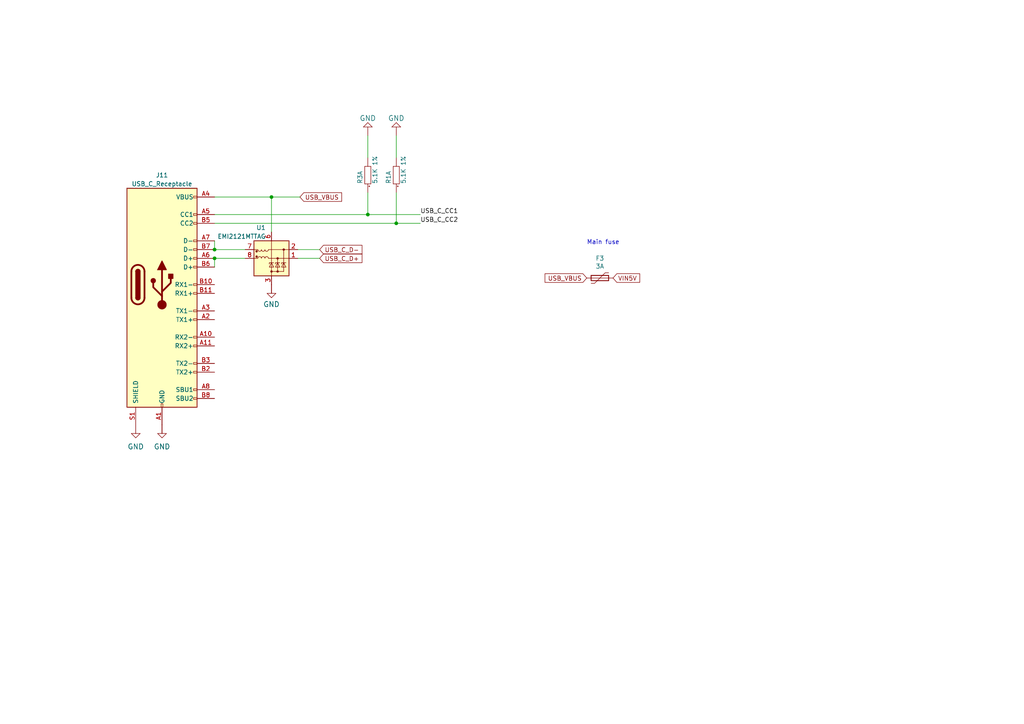
<source format=kicad_sch>
(kicad_sch (version 20230121) (generator eeschema)
  (paper "A4")
  (lib_symbols
    (symbol "BPS6001_Classic_Computing_Shield-eagle-import:GND" (power) (pin_names (offset 1.016))
      (property "Value" "GND" (at -1.905 -3.175 0))
      (symbol "GND_1_0"
        (polyline (pts (xy -1.27 0) (xy 1.27 0)))
        (polyline (pts (xy 0 -1.27) (xy -1.27 0)))
        (polyline (pts (xy 1.27 0) (xy 0 -1.27)))
        (pin power_in line (at 0 2.54 270) (length 2.54) (name "GND") (number "1"))
      )
    )
    (symbol "BPS6001_Classic_Computing_Shield-eagle-import:R" (pin_names (offset 1.016))
      (symbol "R_1_0"
        (circle (center -3.2258 -0.4318) (radius 0.0508))
        (polyline (pts (xy -2.54 -0.889) (xy -2.54 0.889)))
        (polyline (pts (xy -2.54 -0.889) (xy 2.54 -0.889)))
        (polyline (pts (xy 2.54 -0.889) (xy 2.54 0.889)))
        (polyline (pts (xy 2.54 0.889) (xy -2.54 0.889)))
        (pin passive line (at -5.08 0 0) (length 2.54) (name "1") (number "1"))
        (pin passive line (at 5.08 0 180) (length 2.54) (name "2") (number "2"))
      )
      (symbol "R_2_0"
        (text "1/32W" (at -1.9558 -0.4318 0) (effects (font (size 0.889 0.889)) (justify left bottom)))
      )
      (symbol "R_3_0"
        (text "1/20W" (at -1.9558 -0.4318 0) (effects (font (size 0.889 0.889)) (justify left bottom)))
      )
      (symbol "R_4_0"
        (text "1/16W" (at -1.9558 -0.4318 0) (effects (font (size 0.889 0.889)) (justify left bottom)))
      )
      (symbol "R_5_0"
        (text "1/10W" (at -1.9558 -0.4318 0) (effects (font (size 0.889 0.889)) (justify left bottom)))
      )
      (symbol "R_6_0"
        (text "1/8W" (at -1.524 -0.4318 0) (effects (font (size 0.889 0.889)) (justify left bottom)))
      )
      (symbol "R_7_0"
        (text "1/6W" (at -1.524 -0.4318 0) (effects (font (size 0.889 0.889)) (justify left bottom)))
      )
      (symbol "R_8_0"
        (text "1/5W" (at -1.524 -0.4318 0) (effects (font (size 0.889 0.889)) (justify left bottom)))
      )
      (symbol "R_9_0"
        (text "1/4W" (at -1.524 -0.4318 0) (effects (font (size 0.889 0.889)) (justify left bottom)))
      )
      (symbol "R_10_0"
        (text "1/3W" (at -1.524 -0.4318 0) (effects (font (size 0.889 0.889)) (justify left bottom)))
      )
      (symbol "R_11_0"
        (text "1/2W" (at -1.524 -0.4318 0) (effects (font (size 0.889 0.889)) (justify left bottom)))
      )
      (symbol "R_12_0"
        (text "3/4W" (at -1.524 -0.4318 0) (effects (font (size 0.889 0.889)) (justify left bottom)))
      )
      (symbol "R_13_0"
        (text "1W" (at -0.6858 -0.4318 0) (effects (font (size 0.889 0.889)) (justify left bottom)))
      )
      (symbol "R_14_0"
        (text "2W" (at -0.6858 -0.4318 0) (effects (font (size 0.889 0.889)) (justify left bottom)))
      )
      (symbol "R_15_0"
        (text "3W" (at -0.6858 -0.4318 0) (effects (font (size 0.889 0.889)) (justify left bottom)))
      )
      (symbol "R_16_0"
        (text "4W" (at -0.6858 -0.4318 0) (effects (font (size 0.889 0.889)) (justify left bottom)))
      )
      (symbol "R_17_0"
        (text "5W" (at -0.6858 -0.4318 0) (effects (font (size 0.889 0.889)) (justify left bottom)))
      )
      (symbol "R_18_0"
        (text "10W" (at -1.1176 -0.4318 0) (effects (font (size 0.889 0.889)) (justify left bottom)))
      )
      (symbol "R_19_0"
        (text "15W" (at -1.1176 -0.4318 0) (effects (font (size 0.889 0.889)) (justify left bottom)))
      )
      (symbol "R_20_0"
        (text "20W" (at -1.1176 -0.4318 0) (effects (font (size 0.889 0.889)) (justify left bottom)))
      )
      (symbol "R_21_0"
        (text "25W" (at -1.1176 -0.4318 0) (effects (font (size 0.889 0.889)) (justify left bottom)))
      )
      (symbol "R_22_0"
        (text "35W" (at -1.1176 -0.4318 0) (effects (font (size 0.889 0.889)) (justify left bottom)))
      )
      (symbol "R_23_0"
        (text "40W" (at -1.1176 -0.4318 0) (effects (font (size 0.889 0.889)) (justify left bottom)))
      )
      (symbol "R_24_0"
        (text "100W" (at -1.524 -0.4318 0) (effects (font (size 0.889 0.889)) (justify left bottom)))
      )
      (symbol "R_25_0"
        (text "50W" (at -1.1176 -0.4318 0) (effects (font (size 0.889 0.889)) (justify left bottom)))
      )
    )
    (symbol "Connector:USB_C_Receptacle" (pin_names (offset 1.016))
      (property "Reference" "J" (at -10.16 29.21 0))
      (property "Value" "USB_C_Receptacle" (at 10.16 29.21 0))
      (symbol "USB_C_Receptacle_0_0"
        (rectangle (start -0.254 -35.56) (end 0.254 -34.544))
        (rectangle (start 10.16 -32.766) (end 9.144 -33.274))
        (rectangle (start 10.16 -30.226) (end 9.144 -30.734))
        (rectangle (start 10.16 -25.146) (end 9.144 -25.654))
        (rectangle (start 10.16 -22.606) (end 9.144 -23.114))
        (rectangle (start 10.16 -17.526) (end 9.144 -18.034))
        (rectangle (start 10.16 -14.986) (end 9.144 -15.494))
        (rectangle (start 10.16 -9.906) (end 9.144 -10.414))
        (rectangle (start 10.16 -7.366) (end 9.144 -7.874))
        (rectangle (start 10.16 -2.286) (end 9.144 -2.794))
        (rectangle (start 10.16 0.254) (end 9.144 -0.254))
        (rectangle (start 10.16 5.334) (end 9.144 4.826))
        (rectangle (start 10.16 7.874) (end 9.144 7.366))
        (rectangle (start 10.16 10.414) (end 9.144 9.906))
        (rectangle (start 10.16 12.954) (end 9.144 12.446))
        (rectangle (start 10.16 18.034) (end 9.144 17.526))
        (rectangle (start 10.16 20.574) (end 9.144 20.066))
        (rectangle (start 10.16 25.654) (end 9.144 25.146))
      )
      (symbol "USB_C_Receptacle_0_1"
        (rectangle (start -10.16 27.94) (end 10.16 -35.56) (stroke (width 0.254)) (fill (type background)))
        (arc (start -8.89 -3.81) (mid -6.985 -5.7067) (end -5.08 -3.81) (stroke (width 0.508)))
        (arc (start -7.62 -3.81) (mid -6.985 -4.4423) (end -6.35 -3.81) (stroke (width 0.254)))
        (arc (start -7.62 -3.81) (mid -6.985 -4.4423) (end -6.35 -3.81) (stroke (width 0.254)) (fill (type outline)))
        (rectangle (start -7.62 -3.81) (end -6.35 3.81) (stroke (width 0.254)) (fill (type outline)))
        (arc (start -6.35 3.81) (mid -6.985 4.4423) (end -7.62 3.81) (stroke (width 0.254)))
        (arc (start -6.35 3.81) (mid -6.985 4.4423) (end -7.62 3.81) (stroke (width 0.254)) (fill (type outline)))
        (arc (start -5.08 3.81) (mid -6.985 5.7067) (end -8.89 3.81) (stroke (width 0.508)))
        (polyline (pts (xy -8.89 -3.81) (xy -8.89 3.81)) (stroke (width 0.508)))
        (polyline (pts (xy -5.08 3.81) (xy -5.08 -3.81)) (stroke (width 0.508)))
      )
      (symbol "USB_C_Receptacle_1_1"
        (circle (center -2.54 1.143) (radius 0.635) (stroke (width 0.254)) (fill (type outline)))
        (circle (center 0 -5.842) (radius 1.27) (fill (type outline)))
        (polyline (pts (xy 0 -5.842) (xy 0 4.318)) (stroke (width 0.508)))
        (polyline (pts (xy 0 -3.302) (xy -2.54 -0.762) (xy -2.54 0.508)) (stroke (width 0.508)))
        (polyline (pts (xy 0 -2.032) (xy 2.54 0.508) (xy 2.54 1.778)) (stroke (width 0.508)))
        (polyline (pts (xy -1.27 4.318) (xy 0 6.858) (xy 1.27 4.318) (xy -1.27 4.318)) (stroke (width 0.254)) (fill (type outline)))
        (rectangle (start 1.905 1.778) (end 3.175 3.048) (stroke (width 0.254)) (fill (type outline)))
        (pin passive line (at 0 -40.64 90) (length 5.08) (name "GND") (number "A1"))
        (pin bidirectional line (at 15.24 -15.24 180) (length 5.08) (name "RX2-") (number "A10"))
        (pin bidirectional line (at 15.24 -17.78 180) (length 5.08) (name "RX2+") (number "A11"))
        (pin passive line (at 0 -40.64 90) (length 5.08) hide (name "GND") (number "A12"))
        (pin bidirectional line (at 15.24 -10.16 180) (length 5.08) (name "TX1+") (number "A2"))
        (pin bidirectional line (at 15.24 -7.62 180) (length 5.08) (name "TX1-") (number "A3"))
        (pin passive line (at 15.24 25.4 180) (length 5.08) (name "VBUS") (number "A4"))
        (pin bidirectional line (at 15.24 20.32 180) (length 5.08) (name "CC1") (number "A5"))
        (pin bidirectional line (at 15.24 7.62 180) (length 5.08) (name "D+") (number "A6"))
        (pin bidirectional line (at 15.24 12.7 180) (length 5.08) (name "D-") (number "A7"))
        (pin bidirectional line (at 15.24 -30.48 180) (length 5.08) (name "SBU1") (number "A8"))
        (pin passive line (at 15.24 25.4 180) (length 5.08) hide (name "VBUS") (number "A9"))
        (pin passive line (at 0 -40.64 90) (length 5.08) hide (name "GND") (number "B1"))
        (pin bidirectional line (at 15.24 0 180) (length 5.08) (name "RX1-") (number "B10"))
        (pin bidirectional line (at 15.24 -2.54 180) (length 5.08) (name "RX1+") (number "B11"))
        (pin passive line (at 0 -40.64 90) (length 5.08) hide (name "GND") (number "B12"))
        (pin bidirectional line (at 15.24 -25.4 180) (length 5.08) (name "TX2+") (number "B2"))
        (pin bidirectional line (at 15.24 -22.86 180) (length 5.08) (name "TX2-") (number "B3"))
        (pin passive line (at 15.24 25.4 180) (length 5.08) hide (name "VBUS") (number "B4"))
        (pin bidirectional line (at 15.24 17.78 180) (length 5.08) (name "CC2") (number "B5"))
        (pin bidirectional line (at 15.24 5.08 180) (length 5.08) (name "D+") (number "B6"))
        (pin bidirectional line (at 15.24 10.16 180) (length 5.08) (name "D-") (number "B7"))
        (pin bidirectional line (at 15.24 -33.02 180) (length 5.08) (name "SBU2") (number "B8"))
        (pin passive line (at 15.24 25.4 180) (length 5.08) hide (name "VBUS") (number "B9"))
        (pin passive line (at -7.62 -40.64 90) (length 5.08) (name "SHIELD") (number "S1"))
      )
    )
    (symbol "Device:Polyfuse" (pin_numbers hide) (pin_names (offset 0))
      (property "Reference" "F" (at -2.54 0 90))
      (property "Value" "Polyfuse" (at 2.54 0 90))
      (symbol "Polyfuse_0_1"
        (rectangle (start -0.762 2.54) (end 0.762 -2.54) (stroke (width 0.254)))
        (polyline (pts (xy 0 2.54) (xy 0 -2.54)))
        (polyline (pts (xy -1.524 2.54) (xy -1.524 1.524) (xy 1.524 -1.524) (xy 1.524 -2.54)))
      )
      (symbol "Polyfuse_1_1"
        (pin passive line (at 0 3.81 270) (length 1.27) (name "~") (number "1"))
        (pin passive line (at 0 -3.81 90) (length 1.27) (name "~") (number "2"))
      )
    )
    (symbol "Power_Protection:EMI2121MTTAG" (pin_names (offset 0.0254) hide)
      (property "Reference" "U" (at -5.08 6.35 0))
      (property "Value" "EMI2121MTTAG" (at 8.89 6.35 0))
      (symbol "EMI2121MTTAG_0_1"
        (rectangle (start -5.08 5.08) (end 5.08 -5.08) (stroke (width 0.254)) (fill (type background)))
        (polyline (pts (xy -5.08 0) (xy 0.889 0)))
        (polyline (pts (xy -5.08 2.54) (xy 0.889 2.54)))
        (polyline (pts (xy -3.556 2.54) (xy -3.556 -3.81)))
        (polyline (pts (xy -1.778 0) (xy -1.778 -3.81)))
        (polyline (pts (xy 0 5.08) (xy 0 -5.08)))
        (polyline (pts (xy 5.08 0) (xy 3.937 0)))
        (polyline (pts (xy 5.08 2.54) (xy 3.937 2.54)))
        (arc (start 0.889 2.5023) (mid 1.397 2.0306) (end 1.905 2.5023))
        (arc (start 1.905 0.0377) (mid 1.397 0.5094) (end 0.889 0.0377))
        (arc (start 1.905 2.5023) (mid 2.413 2.0306) (end 2.921 2.5023))
        (arc (start 2.921 0.0377) (mid 2.413 0.5094) (end 1.905 0.0377))
        (arc (start 2.921 2.5023) (mid 3.429 2.0306) (end 3.937 2.5023))
        (arc (start 3.937 0.0377) (mid 3.429 0.5094) (end 2.921 0.0377))
      )
      (symbol "EMI2121MTTAG_1_1"
        (circle (center -3.556 2.54) (radius 0.254) (fill (type outline)))
        (circle (center -1.778 -3.81) (radius 0.254) (fill (type outline)))
        (circle (center -1.778 0) (radius 0.254) (fill (type outline)))
        (circle (center 0 -3.81) (radius 0.254) (fill (type outline)))
        (polyline (pts (xy 0 -3.81) (xy -3.556 -3.81)))
        (polyline (pts (xy -2.921 -1.651) (xy -2.921 -1.27) (xy -4.191 -1.27)))
        (polyline (pts (xy -1.143 -1.651) (xy -1.143 -1.27) (xy -2.413 -1.27)))
        (polyline (pts (xy 0.635 -1.651) (xy 0.635 -1.27) (xy -0.635 -1.27)))
        (polyline (pts (xy -4.191 -2.54) (xy -2.921 -2.54) (xy -3.556 -1.27) (xy -4.191 -2.54)))
        (polyline (pts (xy -2.413 -2.54) (xy -1.143 -2.54) (xy -1.778 -1.27) (xy -2.413 -2.54)))
        (polyline (pts (xy -0.635 -2.54) (xy 0.635 -2.54) (xy 0 -1.27) (xy -0.635 -2.54)))
        (circle (center 4.318 0.508) (radius 0.254) (fill (type outline)))
        (circle (center 4.318 2.032) (radius 0.254) (fill (type outline)))
        (pin passive line (at -7.62 0 0) (length 2.54) (name "In_1+") (number "1"))
        (pin passive line (at -7.62 2.54 0) (length 2.54) (name "In_1-") (number "2"))
        (pin power_in line (at 0 -7.62 90) (length 2.54) (name "GND") (number "3"))
        (pin passive line (at 0 -7.62 90) (length 2.54) hide (name "GND") (number "4"))
        (pin passive line (at 0 -7.62 90) (length 2.54) hide (name "GND") (number "5"))
        (pin power_in line (at 0 7.62 270) (length 2.54) (name "VDD") (number "6"))
        (pin passive line (at 7.62 2.54 180) (length 2.54) (name "Out_1-") (number "7"))
        (pin passive line (at 7.62 0 180) (length 2.54) (name "Out_1+") (number "8"))
        (pin passive line (at 0 -7.62 90) (length 2.54) hide (name "GND") (number "9"))
      )
    )
  )
  (junction (at 114.935 64.77))
  (junction (at 62.23 72.39))
  (junction (at 62.23 74.93))
  (junction (at 106.68 62.23))
  (junction (at 78.74 57.15))
  (wire (pts (xy 62.23 62.23) (xy 106.68 62.23)))
  (wire (pts (xy 86.36 74.93) (xy 92.71 74.93)))
  (wire (pts (xy 86.36 72.39) (xy 92.71 72.39)))
  (wire (pts (xy 62.23 64.77) (xy 114.935 64.77)))
  (wire (pts (xy 114.935 39.37) (xy 114.935 45.72)))
  (wire (pts (xy 106.68 55.88) (xy 106.68 62.23)))
  (wire (pts (xy 62.23 74.93) (xy 62.23 77.47)))
  (wire (pts (xy 106.68 39.37) (xy 106.68 45.72)))
  (wire (pts (xy 78.74 57.15) (xy 86.995 57.15)))
  (wire (pts (xy 62.23 74.93) (xy 71.12 74.93)))
  (wire (pts (xy 114.935 64.77) (xy 121.92 64.77)))
  (wire (pts (xy 78.74 57.15) (xy 78.74 67.31)))
  (wire (pts (xy 62.23 69.85) (xy 62.23 72.39)))
  (wire (pts (xy 106.68 62.23) (xy 121.92 62.23)))
  (wire (pts (xy 62.23 57.15) (xy 78.74 57.15)))
  (wire (pts (xy 114.935 55.88) (xy 114.935 64.77)))
  (wire (pts (xy 62.23 72.39) (xy 71.12 72.39)))
  (text "Main fuse" (at 170.18 71.12 0) (effects (font (size 1.27 1.27)) (justify left bottom)))
  (label "USB_C_CC2" (at 121.92 64.77 0))
  (label "USB_C_CC1" (at 121.92 62.23 0))
  (global_label "USB_VBUS" (shape input) (at 170.18 80.645 180) (property "Intersheetrefs" "${INTERSHEET_REFS}" (effects hide)))
  (global_label "USB_C_D+" (shape input) (at 92.71 74.93 0) (property "Intersheetrefs" "${INTERSHEET_REFS}" (effects hide)))
  (global_label "USB_VBUS" (shape input) (at 86.995 57.15 0) (property "Intersheetrefs" "${INTERSHEET_REFS}" (effects hide)))
  (global_label "VIN5V" (shape input) (at 177.8 80.645 0) (property "Intersheetrefs" "${INTERSHEET_REFS}" (effects hide)))
  (global_label "USB_C_D-" (shape input) (at 92.71 72.39 0) (property "Intersheetrefs" "${INTERSHEET_REFS}" (effects hide)))
  (symbol (lib_id "BPS6001_Classic_Computing_Shield-eagle-import:GND") (at 114.935 36.83 180) (unit 1)
    (property "Reference" "#SUPPLY06" (effects hide))
    (property "Value" "GND" (at 114.935 34.29 0) (effects (font (size 1.4986 1.4986))))
  )
  (symbol (lib_id "BPS6001_Classic_Computing_Shield-eagle-import:R") (at 114.935 50.8 90) (unit 1)
    (property "Reference" "R1" (at 113.411 53.34 0) (effects (justify left bottom)))
    (property "Value" "5.1K 1%" (at 117.729 53.34 0) (effects (justify left bottom)))
    (property "Footprint" "Resistor_SMD:R_0603_1608Metric" (effects hide))
  )
  (symbol (lib_id "Connector:USB_C_Receptacle") (at 46.99 82.55 0) (unit 1)
    (property "Reference" "J11" (at 46.99 50.8 0))
    (property "Value" "USB_C_Receptacle" (at 46.99 53.34 0))
    (property "Footprint" "Connector_USB:USB_C_Receptacle_GCT_USB4105-xx-A_16P_TopMnt_Horizontal" (effects hide))
    (property "Datasheet" "https://www.usb.org/sites/default/files/documents/usb_type-c.zip" (effects hide))
  )
  (symbol (lib_id "BPS6001_Classic_Computing_Shield-eagle-import:GND") (at 106.68 36.83 180) (unit 1)
    (property "Reference" "#SUPPLY05" (effects hide))
    (property "Value" "GND" (at 106.68 34.29 0) (effects (font (size 1.4986 1.4986))))
  )
  (symbol (lib_id "Power_Protection:EMI2121MTTAG") (at 78.74 74.93 0) (mirror y) (unit 1)
    (property "Reference" "U1" (at 77.0889 66.04 0) (effects (justify left)))
    (property "Value" "EMI2121MTTAG" (at 77.0889 68.58 0) (effects (justify left)))
    (property "Footprint" "Package_DFN_QFN:WDFN-8-1EP_2x2.2mm_P0.5mm_EP0.80x0.54" (effects hide))
    (property "Datasheet" "https://www.onsemi.com/pub/Collateral/EMI2121MT-D.PDF" (effects hide))
  )
  (symbol (lib_id "BPS6001_Classic_Computing_Shield-eagle-import:GND") (at 78.74 85.09 0) (unit 1)
    (property "Reference" "#SUPPLY07" (effects hide))
    (property "Value" "GND" (at 78.74 88.265 0) (effects (font (size 1.4986 1.4986))))
  )
  (symbol (lib_id "BPS6001_Classic_Computing_Shield-eagle-import:GND") (at 39.37 125.73 0) (unit 1)
    (property "Reference" "#SUPPLY03" (effects hide))
    (property "Value" "GND" (at 39.37 129.54 0) (effects (font (size 1.4986 1.4986))))
  )
  (symbol (lib_id "Device:Polyfuse") (at 173.99 80.645 270) (unit 1)
    (property "Reference" "F3" (at 173.99 74.93 90))
    (property "Value" "3A" (at 173.99 77.2414 90))
    (property "Footprint" "Fuse:Fuse_1812_4532Metric" (effects hide))
    (instances (project "qmtech-minimig" (path "" (reference "F3") (unit 1)) (path "" (reference "F5") (unit 1))))
  )
  (symbol (lib_id "BPS6001_Classic_Computing_Shield-eagle-import:GND") (at 46.99 125.73 0) (unit 1)
    (property "Reference" "#SUPPLY02" (effects hide))
    (property "Value" "GND" (at 46.99 129.54 0) (effects (font (size 1.4986 1.4986))))
  )
  (symbol (lib_id "BPS6001_Classic_Computing_Shield-eagle-import:R") (at 106.68 50.8 90) (unit 1)
    (property "Reference" "R3" (at 105.156 53.34 0) (effects (justify left bottom)))
    (property "Value" "5.1K 1%" (at 109.474 53.34 0) (effects (justify left bottom)))
    (property "Footprint" "Resistor_SMD:R_0603_1608Metric" (effects hide))
  )
)
</source>
